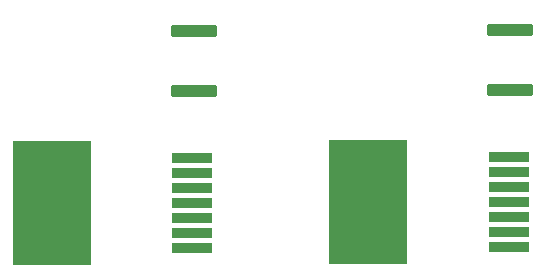
<source format=gbr>
%TF.GenerationSoftware,Altium Limited,Altium Designer,24.2.2 (26)*%
G04 Layer_Color=128*
%FSLAX45Y45*%
%MOMM*%
%TF.SameCoordinates,2C43E8B5-FC8E-40A2-A425-C8743FE8A27F*%
%TF.FilePolarity,Positive*%
%TF.FileFunction,Paste,Bot*%
%TF.Part,Single*%
G01*
G75*
%TA.AperFunction,SMDPad,CuDef*%
G04:AMPARAMS|DCode=116|XSize=3.93mm|YSize=1.06mm|CornerRadius=0.265mm|HoleSize=0mm|Usage=FLASHONLY|Rotation=180.000|XOffset=0mm|YOffset=0mm|HoleType=Round|Shape=RoundedRectangle|*
%AMROUNDEDRECTD116*
21,1,3.93000,0.53000,0,0,180.0*
21,1,3.40000,1.06000,0,0,180.0*
1,1,0.53000,-1.70000,0.26500*
1,1,0.53000,1.70000,0.26500*
1,1,0.53000,1.70000,-0.26500*
1,1,0.53000,-1.70000,-0.26500*
%
%ADD116ROUNDEDRECTD116*%
%ADD117R,6.60400X10.48000*%
%ADD118R,3.40000X0.90000*%
D116*
X12783000Y4576000D02*
D03*
Y5084000D02*
D03*
X10104214Y4567213D02*
D03*
Y5075213D02*
D03*
D117*
X11580100Y3630001D02*
D03*
X8901314Y3621213D02*
D03*
D118*
X12768500Y4011001D02*
D03*
Y3884001D02*
D03*
Y3757001D02*
D03*
Y3630001D02*
D03*
Y3503001D02*
D03*
Y3376001D02*
D03*
Y3249001D02*
D03*
X10089714Y3240213D02*
D03*
Y3367213D02*
D03*
Y3494213D02*
D03*
Y3621213D02*
D03*
Y3748213D02*
D03*
Y3875213D02*
D03*
Y4002213D02*
D03*
%TF.MD5,0416ac4baeebee577b0fe0a42b944b1c*%
M02*

</source>
